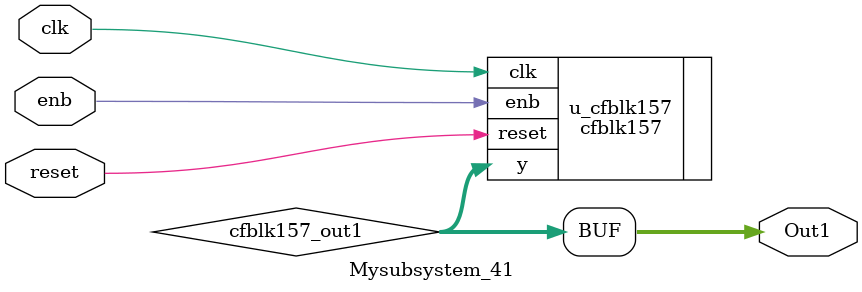
<source format=v>



`timescale 1 ns / 1 ns

module Mysubsystem_41
          (clk,
           reset,
           enb,
           Out1);


  input   clk;
  input   reset;
  input   enb;
  output  [7:0] Out1;  // uint8


  wire [7:0] cfblk157_out1;  // uint8


  cfblk157 u_cfblk157 (.clk(clk),
                       .reset(reset),
                       .enb(enb),
                       .y(cfblk157_out1)  // uint8
                       );

  assign Out1 = cfblk157_out1;

endmodule  // Mysubsystem_41


</source>
